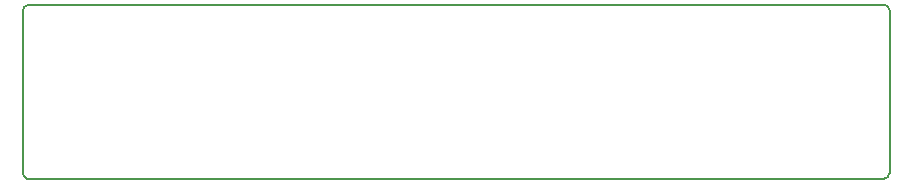
<source format=gbr>
G04 #@! TF.GenerationSoftware,KiCad,Pcbnew,(5.0.1-3-g963ef8bb5)*
G04 #@! TF.CreationDate,2020-10-13T22:01:46+01:00*
G04 #@! TF.ProjectId,ACE_Backplane_Adaptor,4143455F4261636B706C616E655F4164,rev?*
G04 #@! TF.SameCoordinates,Original*
G04 #@! TF.FileFunction,Profile,NP*
%FSLAX46Y46*%
G04 Gerber Fmt 4.6, Leading zero omitted, Abs format (unit mm)*
G04 Created by KiCad (PCBNEW (5.0.1-3-g963ef8bb5)) date Tuesday, 13 October 2020 at 22:01:46*
%MOMM*%
%LPD*%
G01*
G04 APERTURE LIST*
%ADD10C,0.150000*%
G04 APERTURE END LIST*
D10*
X109982000Y-99568000D02*
X109982000Y-85852000D01*
X109982000Y-99568000D02*
G75*
G03X110378634Y-100076000I523634J0D01*
G01*
X182880000Y-100076000D02*
G75*
G03X183388000Y-99568000I0J508000D01*
G01*
X110490000Y-85344000D02*
X182880000Y-85344000D01*
X183388000Y-85852000D02*
G75*
G03X182880000Y-85344000I-508000J0D01*
G01*
X183388000Y-99568000D02*
X183388000Y-85852000D01*
X110363000Y-100076000D02*
X182880000Y-100076000D01*
X110490000Y-85344000D02*
G75*
G03X109982000Y-85852000I0J-508000D01*
G01*
M02*

</source>
